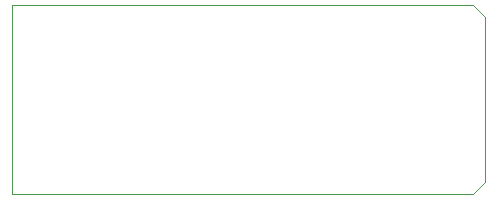
<source format=gbr>
G04 #@! TF.GenerationSoftware,KiCad,Pcbnew,5.1.5-52549c5~86~ubuntu16.04.1*
G04 #@! TF.CreationDate,2020-11-24T12:51:21+05:30*
G04 #@! TF.ProjectId,IR_Sensor_Module_555_V1.0,49525f53-656e-4736-9f72-5f4d6f64756c,V1.0*
G04 #@! TF.SameCoordinates,Original*
G04 #@! TF.FileFunction,Profile,NP*
%FSLAX46Y46*%
G04 Gerber Fmt 4.6, Leading zero omitted, Abs format (unit mm)*
G04 Created by KiCad (PCBNEW 5.1.5-52549c5~86~ubuntu16.04.1) date 2020-11-24 12:51:21*
%MOMM*%
%LPD*%
G04 APERTURE LIST*
%ADD10C,0.050000*%
G04 APERTURE END LIST*
D10*
X139000000Y-100000000D02*
X140000000Y-101000000D01*
X139000000Y-116000000D02*
X140000000Y-115000000D01*
X100000000Y-116000000D02*
X100000000Y-100000000D01*
X139000000Y-116000000D02*
X100000000Y-116000000D01*
X140000000Y-101000000D02*
X140000000Y-115000000D01*
X100000000Y-100000000D02*
X139000000Y-100000000D01*
M02*

</source>
